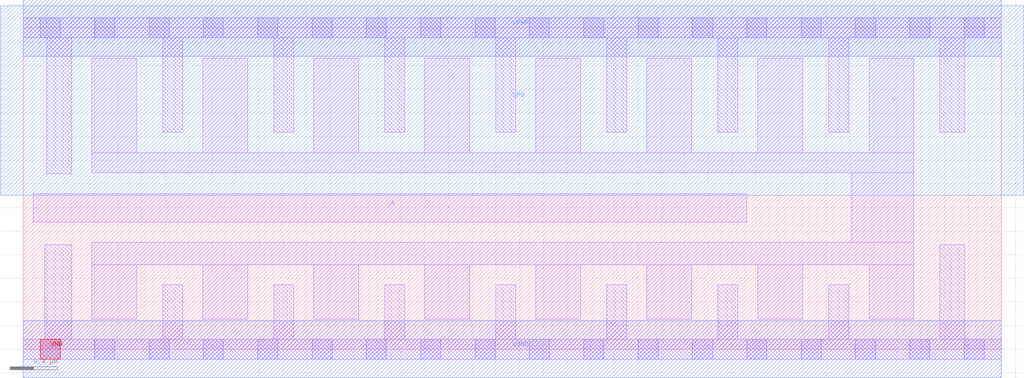
<source format=lef>
# Copyright 2020 The SkyWater PDK Authors
#
# Licensed under the Apache License, Version 2.0 (the "License");
# you may not use this file except in compliance with the License.
# You may obtain a copy of the License at
#
#     https://www.apache.org/licenses/LICENSE-2.0
#
# Unless required by applicable law or agreed to in writing, software
# distributed under the License is distributed on an "AS IS" BASIS,
# WITHOUT WARRANTIES OR CONDITIONS OF ANY KIND, either express or implied.
# See the License for the specific language governing permissions and
# limitations under the License.
#
# SPDX-License-Identifier: Apache-2.0

VERSION 5.7 ;
  NOWIREEXTENSIONATPIN ON ;
  DIVIDERCHAR "/" ;
  BUSBITCHARS "[]" ;
PROPERTYDEFINITIONS
  MACRO maskLayoutSubType STRING ;
  MACRO prCellType STRING ;
  MACRO originalViewName STRING ;
END PROPERTYDEFINITIONS
MACRO sky130_fd_sc_hdll__inv_16
  CLASS CORE ;
  FOREIGN sky130_fd_sc_hdll__inv_16 ;
  ORIGIN  0.000000  0.000000 ;
  SIZE  8.280000 BY  2.720000 ;
  SYMMETRY X Y R90 ;
  SITE unithd ;
  PIN A
    ANTENNAGATEAREA  4.440000 ;
    DIRECTION INPUT ;
    USE SIGNAL ;
    PORT
      LAYER li1 ;
        RECT 0.085000 1.075000 6.125000 1.315000 ;
    END
  END A
  PIN Y
    ANTENNADIFFAREA  3.984000 ;
    DIRECTION OUTPUT ;
    USE SIGNAL ;
    PORT
      LAYER li1 ;
        RECT 0.580000 0.255000 0.960000 0.715000 ;
        RECT 0.580000 0.715000 7.540000 0.905000 ;
        RECT 0.580000 1.495000 7.540000 1.665000 ;
        RECT 0.580000 1.665000 0.960000 2.465000 ;
        RECT 1.520000 0.255000 1.900000 0.715000 ;
        RECT 1.520000 1.665000 1.900000 2.465000 ;
        RECT 2.460000 0.255000 2.840000 0.715000 ;
        RECT 2.460000 1.665000 2.840000 2.465000 ;
        RECT 3.400000 0.255000 3.780000 0.715000 ;
        RECT 3.400000 1.665000 3.780000 2.465000 ;
        RECT 4.340000 0.255000 4.720000 0.715000 ;
        RECT 4.340000 1.665000 4.720000 2.465000 ;
        RECT 5.280000 0.255000 5.660000 0.715000 ;
        RECT 5.280000 1.665000 5.660000 2.465000 ;
        RECT 6.220000 0.255000 6.600000 0.715000 ;
        RECT 6.220000 1.665000 6.600000 2.465000 ;
        RECT 7.015000 0.905000 7.540000 1.495000 ;
        RECT 7.160000 0.255000 7.540000 0.715000 ;
        RECT 7.160000 1.665000 7.540000 2.465000 ;
    END
  END Y
  PIN VGND
    DIRECTION INOUT ;
    USE GROUND ;
    PORT
      LAYER met1 ;
        RECT 0.000000 -0.240000 8.280000 0.240000 ;
    END
  END VGND
  PIN VNB
    DIRECTION INOUT ;
    USE GROUND ;
    PORT
      LAYER pwell ;
        RECT 0.145000 -0.085000 0.315000 0.085000 ;
    END
  END VNB
  PIN VPB
    DIRECTION INOUT ;
    USE POWER ;
    PORT
      LAYER nwell ;
        RECT -0.190000 1.305000 8.470000 2.910000 ;
    END
  END VPB
  PIN VPWR
    DIRECTION INOUT ;
    USE POWER ;
    PORT
      LAYER met1 ;
        RECT 0.000000 2.480000 8.280000 2.960000 ;
    END
  END VPWR
  OBS
    LAYER li1 ;
      RECT 0.000000 -0.085000 8.280000 0.085000 ;
      RECT 0.000000  2.635000 8.280000 2.805000 ;
      RECT 0.180000  0.085000 0.410000 0.885000 ;
      RECT 0.200000  1.485000 0.410000 2.635000 ;
      RECT 1.180000  0.085000 1.350000 0.545000 ;
      RECT 1.180000  1.835000 1.350000 2.635000 ;
      RECT 2.120000  0.085000 2.290000 0.545000 ;
      RECT 2.120000  1.835000 2.290000 2.635000 ;
      RECT 3.060000  0.085000 3.230000 0.545000 ;
      RECT 3.060000  1.835000 3.230000 2.635000 ;
      RECT 4.000000  0.085000 4.170000 0.545000 ;
      RECT 4.000000  1.835000 4.170000 2.635000 ;
      RECT 4.940000  0.085000 5.110000 0.545000 ;
      RECT 4.940000  1.835000 5.110000 2.635000 ;
      RECT 5.880000  0.085000 6.050000 0.545000 ;
      RECT 5.880000  1.835000 6.050000 2.635000 ;
      RECT 6.820000  0.085000 6.990000 0.545000 ;
      RECT 6.820000  1.835000 6.990000 2.635000 ;
      RECT 7.760000  0.085000 7.970000 0.885000 ;
      RECT 7.760000  1.835000 7.970000 2.635000 ;
    LAYER mcon ;
      RECT 0.145000 -0.085000 0.315000 0.085000 ;
      RECT 0.145000  2.635000 0.315000 2.805000 ;
      RECT 0.605000 -0.085000 0.775000 0.085000 ;
      RECT 0.605000  2.635000 0.775000 2.805000 ;
      RECT 1.065000 -0.085000 1.235000 0.085000 ;
      RECT 1.065000  2.635000 1.235000 2.805000 ;
      RECT 1.525000 -0.085000 1.695000 0.085000 ;
      RECT 1.525000  2.635000 1.695000 2.805000 ;
      RECT 1.985000 -0.085000 2.155000 0.085000 ;
      RECT 1.985000  2.635000 2.155000 2.805000 ;
      RECT 2.445000 -0.085000 2.615000 0.085000 ;
      RECT 2.445000  2.635000 2.615000 2.805000 ;
      RECT 2.905000 -0.085000 3.075000 0.085000 ;
      RECT 2.905000  2.635000 3.075000 2.805000 ;
      RECT 3.365000 -0.085000 3.535000 0.085000 ;
      RECT 3.365000  2.635000 3.535000 2.805000 ;
      RECT 3.825000 -0.085000 3.995000 0.085000 ;
      RECT 3.825000  2.635000 3.995000 2.805000 ;
      RECT 4.285000 -0.085000 4.455000 0.085000 ;
      RECT 4.285000  2.635000 4.455000 2.805000 ;
      RECT 4.745000 -0.085000 4.915000 0.085000 ;
      RECT 4.745000  2.635000 4.915000 2.805000 ;
      RECT 5.205000 -0.085000 5.375000 0.085000 ;
      RECT 5.205000  2.635000 5.375000 2.805000 ;
      RECT 5.665000 -0.085000 5.835000 0.085000 ;
      RECT 5.665000  2.635000 5.835000 2.805000 ;
      RECT 6.125000 -0.085000 6.295000 0.085000 ;
      RECT 6.125000  2.635000 6.295000 2.805000 ;
      RECT 6.585000 -0.085000 6.755000 0.085000 ;
      RECT 6.585000  2.635000 6.755000 2.805000 ;
      RECT 7.045000 -0.085000 7.215000 0.085000 ;
      RECT 7.045000  2.635000 7.215000 2.805000 ;
      RECT 7.505000 -0.085000 7.675000 0.085000 ;
      RECT 7.505000  2.635000 7.675000 2.805000 ;
      RECT 7.965000 -0.085000 8.135000 0.085000 ;
      RECT 7.965000  2.635000 8.135000 2.805000 ;
  END
  PROPERTY maskLayoutSubType "abstract" ;
  PROPERTY prCellType "standard" ;
  PROPERTY originalViewName "layout" ;
END sky130_fd_sc_hdll__inv_16
END LIBRARY

</source>
